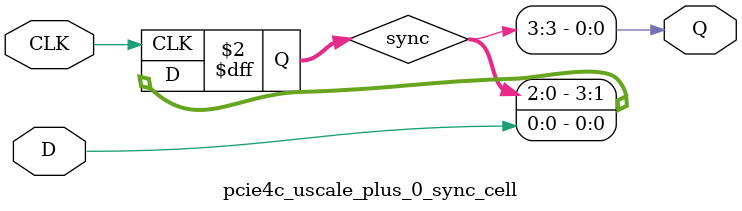
<source format=v>

`timescale 1ps / 1ps

(* DowngradeIPIdentifiedWarnings = "yes" *)
module pcie4c_uscale_plus_0_sync_cell #
(
    parameter integer STAGE = 3
)
(
    //-------------------------------------------------------------------------- 
    //  Input Ports
    //-------------------------------------------------------------------------- 
    input                               CLK,
    input                               D,
    
    //-------------------------------------------------------------------------- 
    //  Output Ports
    //-------------------------------------------------------------------------- 
    output                              Q
);
    //-------------------------------------------------------------------------- 
    //  Synchronized Signals
    //--------------------------------------------------------------------------  
    (* ASYNC_REG = "TRUE", SHIFT_EXTRACT = "NO" *) reg [STAGE:0] sync;                                                            



//--------------------------------------------------------------------------------------------------
//  Synchronizier
//--------------------------------------------------------------------------------------------------
always @ (posedge CLK)
begin

    sync <= {sync[(STAGE-1):0], D};
            
end   



//--------------------------------------------------------------------------------------------------
//  Generate Output
//--------------------------------------------------------------------------------------------------
assign Q = sync[STAGE];



endmodule

</source>
